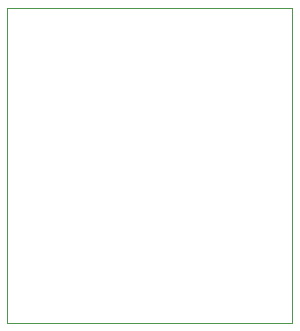
<source format=gbr>
G04 #@! TF.GenerationSoftware,KiCad,Pcbnew,(5.1.2)-2*
G04 #@! TF.CreationDate,2019-08-09T21:53:36-03:00*
G04 #@! TF.ProjectId,minicurso_IEEE,6d696e69-6375-4727-936f-5f494545452e,rev?*
G04 #@! TF.SameCoordinates,Original*
G04 #@! TF.FileFunction,Profile,NP*
%FSLAX46Y46*%
G04 Gerber Fmt 4.6, Leading zero omitted, Abs format (unit mm)*
G04 Created by KiCad (PCBNEW (5.1.2)-2) date 2019-08-09 21:53:36*
%MOMM*%
%LPD*%
G04 APERTURE LIST*
%ADD10C,0.050000*%
G04 APERTURE END LIST*
D10*
X110490000Y-72390000D02*
X110490000Y-73660000D01*
X86360000Y-72390000D02*
X110490000Y-72390000D01*
X86360000Y-99060000D02*
X86360000Y-72390000D01*
X110490000Y-99060000D02*
X86360000Y-99060000D01*
X110490000Y-73660000D02*
X110490000Y-99060000D01*
M02*

</source>
